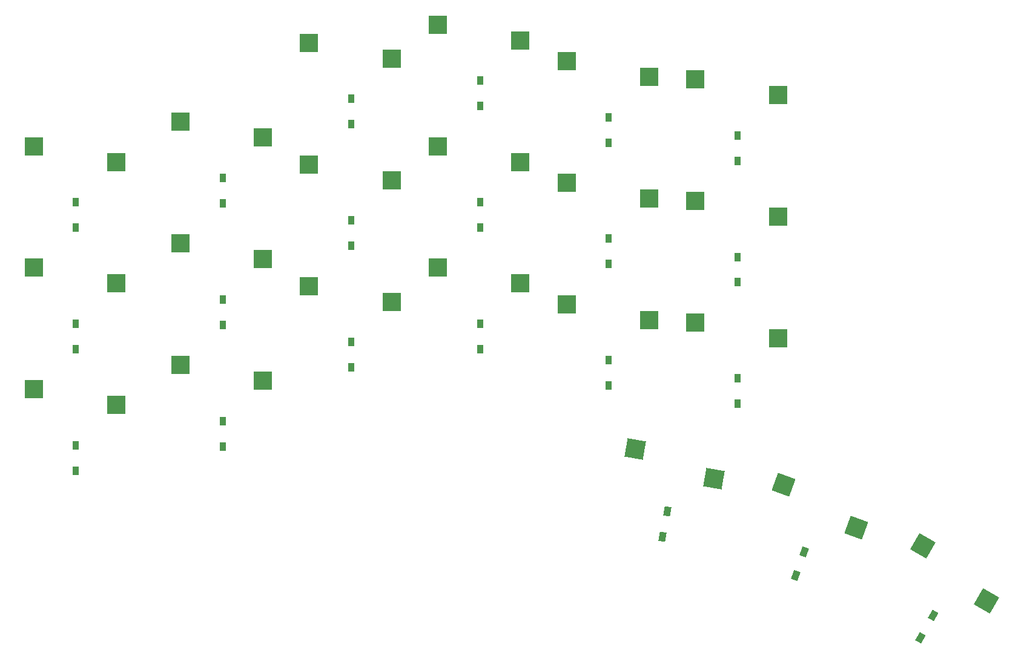
<source format=gbr>
%TF.GenerationSoftware,KiCad,Pcbnew,7.0.6*%
%TF.CreationDate,2023-09-19T12:27:46+07:00*%
%TF.ProjectId,dream,64726561-6d2e-46b6-9963-61645f706362,rev?*%
%TF.SameCoordinates,Original*%
%TF.FileFunction,Paste,Bot*%
%TF.FilePolarity,Positive*%
%FSLAX46Y46*%
G04 Gerber Fmt 4.6, Leading zero omitted, Abs format (unit mm)*
G04 Created by KiCad (PCBNEW 7.0.6) date 2023-09-19 12:27:46*
%MOMM*%
%LPD*%
G01*
G04 APERTURE LIST*
G04 Aperture macros list*
%AMRotRect*
0 Rectangle, with rotation*
0 The origin of the aperture is its center*
0 $1 length*
0 $2 width*
0 $3 Rotation angle, in degrees counterclockwise*
0 Add horizontal line*
21,1,$1,$2,0,0,$3*%
G04 Aperture macros list end*
%ADD10R,2.600000X2.600000*%
%ADD11RotRect,2.600000X2.600000X340.000000*%
%ADD12RotRect,2.600000X2.600000X330.000000*%
%ADD13RotRect,2.600000X2.600000X350.000000*%
%ADD14R,0.950000X1.300000*%
%ADD15RotRect,1.300000X0.950000X60.000000*%
%ADD16RotRect,1.300000X0.950000X80.000000*%
%ADD17RotRect,1.300000X0.950000X70.000000*%
G04 APERTURE END LIST*
D10*
%TO.C,S17*%
X71225000Y17850000D03*
X82775000Y15650000D03*
%TD*%
%TO.C,S4*%
X53225000Y56950000D03*
X64775000Y54750000D03*
%TD*%
%TO.C,S8*%
X17225000Y26350000D03*
X28775000Y24150000D03*
%TD*%
%TO.C,S6*%
X89225000Y49300000D03*
X100775000Y47100000D03*
%TD*%
D11*
%TO.C,S20*%
X101607527Y-7433713D03*
X111708532Y-13451370D03*
%TD*%
D10*
%TO.C,S12*%
X89225000Y32300000D03*
X100775000Y30100000D03*
%TD*%
%TO.C,S14*%
X17225000Y9350000D03*
X28775000Y7150000D03*
%TD*%
%TO.C,S10*%
X53225000Y39950000D03*
X64775000Y37750000D03*
%TD*%
%TO.C,S13*%
X-3275000Y5950000D03*
X8275000Y3750000D03*
%TD*%
%TO.C,S16*%
X53225000Y22950000D03*
X64775000Y20750000D03*
%TD*%
%TO.C,S7*%
X-3275000Y22950000D03*
X8275000Y20750000D03*
%TD*%
D12*
%TO.C,S21*%
X121065803Y-15962897D03*
X129968396Y-23643153D03*
%TD*%
D10*
%TO.C,S11*%
X71225000Y34850000D03*
X82775000Y32650000D03*
%TD*%
%TO.C,S18*%
X89225000Y15300000D03*
X100775000Y13100000D03*
%TD*%
%TO.C,S3*%
X35225000Y54400000D03*
X46775000Y52200000D03*
%TD*%
D13*
%TO.C,S19*%
X80830004Y-2415238D03*
X91822508Y-6587451D03*
%TD*%
D10*
%TO.C,S9*%
X35225000Y37400000D03*
X46775000Y35200000D03*
%TD*%
%TO.C,S5*%
X71225000Y51850000D03*
X82775000Y49650000D03*
%TD*%
%TO.C,S15*%
X35225000Y20400000D03*
X46775000Y18200000D03*
%TD*%
%TO.C,S2*%
X17225000Y43350000D03*
X28775000Y41150000D03*
%TD*%
%TO.C,S1*%
X-3275000Y39950000D03*
X8275000Y37750000D03*
%TD*%
D14*
%TO.C,D8*%
X23130000Y14965000D03*
X23130000Y18515000D03*
%TD*%
%TO.C,D6*%
X95130000Y37915000D03*
X95130000Y41465000D03*
%TD*%
%TO.C,D15*%
X41130000Y9015000D03*
X41130000Y12565000D03*
%TD*%
D15*
%TO.C,D21*%
X120682500Y-28792195D03*
X122457500Y-25717805D03*
%TD*%
D14*
%TO.C,D5*%
X77130000Y40465000D03*
X77130000Y44015000D03*
%TD*%
D16*
%TO.C,D19*%
X84668309Y-14652667D03*
X85284761Y-11156599D03*
%TD*%
D14*
%TO.C,D17*%
X77130000Y6465000D03*
X77130000Y10015000D03*
%TD*%
%TO.C,D4*%
X59130000Y45565000D03*
X59130000Y49115000D03*
%TD*%
%TO.C,D14*%
X23130000Y-2035000D03*
X23130000Y1515000D03*
%TD*%
%TO.C,D9*%
X41130000Y26015000D03*
X41130000Y29565000D03*
%TD*%
%TO.C,D3*%
X41130000Y43015000D03*
X41130000Y46565000D03*
%TD*%
%TO.C,D13*%
X2630000Y-5435000D03*
X2630000Y-1885000D03*
%TD*%
%TO.C,D10*%
X59130000Y28565000D03*
X59130000Y32115000D03*
%TD*%
%TO.C,D1*%
X2630000Y28565000D03*
X2630000Y32115000D03*
%TD*%
%TO.C,D18*%
X95130000Y3915000D03*
X95130000Y7465000D03*
%TD*%
%TO.C,D11*%
X77130000Y23465000D03*
X77130000Y27015000D03*
%TD*%
%TO.C,D16*%
X59130000Y11565000D03*
X59130000Y15115000D03*
%TD*%
%TO.C,D2*%
X23130000Y31965000D03*
X23130000Y35515000D03*
%TD*%
%TO.C,D7*%
X2630000Y11565000D03*
X2630000Y15115000D03*
%TD*%
D17*
%TO.C,D20*%
X103262513Y-20151742D03*
X104476685Y-16815834D03*
%TD*%
D14*
%TO.C,D12*%
X95130000Y20915000D03*
X95130000Y24465000D03*
%TD*%
M02*

</source>
